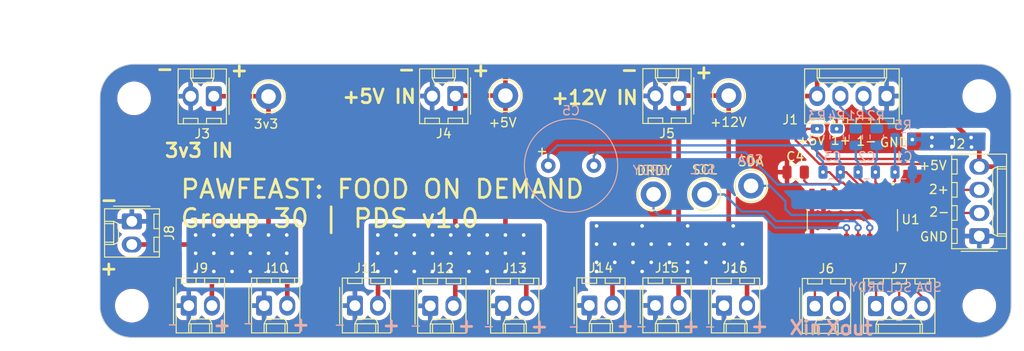
<source format=kicad_pcb>
(kicad_pcb (version 20221018) (generator pcbnew)
  (title_block (title "Template") (date "2025-04-19") (rev "1.0") (company "ECE 445: Senior Capstone Project") (comment 1 "Designed By: Omkar Kulkarni"))
  (layers (0 "F.Cu" signal) (31 "B.Cu" signal) (34 "B.Paste" user) (35 "F.Paste" user) (36 "B.SilkS" user "B.Silkscreen") (37 "F.SilkS" user "F.Silkscreen") (38 "B.Mask" user) (39 "F.Mask" user) (44 "Edge.Cuts" user))
  (net 0 "")
  (net 1 "Net-(U1-REFP)")
  (net 2 "GND")
  (net 3 "Net-(U1-VIN1P)")
  (net 4 "Net-(U1-VIN1N)")
  (net 5 "Net-(U1-VIN2P)")
  (net 6 "Net-(U1-VIN2N)")
  (net 7 "Net-(U1-VBG)")
  (net 8 "Net-(J1-Pin_2)")
  (net 9 "+3V3")
  (net 10 "+5V")
  (net 11 "+12V")
  (net 12 "/ADC_DRDY")
  (net 13 "/ADC_SCL")
  (net 14 "/ADC_SDA")
  (net 15 "Net-(J1-Pin_3)")
  (net 16 "Net-(J2-Pin_2)")
  (net 17 "Net-(J2-Pin_3)")
  (net 18 "Net-(J6-Pin_1)")
  (net 19 "Net-(J6-Pin_2)")
  (footprint "Connector_Molex:Molex_KK-254_AE-6410-02A_1x02_P2.54mm_Vertical" (layer "F.Cu") (at 96.75 63.77)
    (fp_text reference "J12" (at 1.27 -4.12) (layer "F.SilkS"))
    (fp_text value "Conn_01x02" hide)
    (pad "1" thru_hole roundrect (at 0 0) (size 1.74 2.19) (drill 1.19) (layers "*.Cu" "*.Mask") (roundrect_rratio 0.1436781609) (net 2 "GND"))
    (pad "2" thru_hole oval (at 2.54 0) (size 1.74 2.19) (drill 1.19) (layers "*.Cu" "*.Mask") (net 10 "+5V"))
  )
  (footprint "Capacitor_SMD:C_0805_2012Metric" (layer "F.Cu") (at 136.85 49.1 180)
    (fp_text reference "C4" (at 0.05 1.7) (layer "F.SilkS"))
    (fp_text value "0.1uF")
    (pad "1" smd roundrect (at -0.95 0 180) (size 1 1.45) (layers "F.Cu" "F.Paste" "F.Mask") (net 7 "Net-(U1-VBG)"))
    (pad "2" smd roundrect (at 0.95 0 180) (size 1 1.45) (layers "F.Cu" "F.Paste" "F.Mask") (net 2 "GND"))
  )
  (footprint "Connector_Molex:Molex_KK-254_AE-6410-02A_1x02_P2.54mm_Vertical" (layer "F.Cu") (at 70.25 63.75)
    (fp_text reference "J9" (at 1.27 -4.12) (layer "F.SilkS"))
    (fp_text value "Conn_01x02" hide)
    (pad "1" thru_hole roundrect (at 0 0) (size 1.74 2.19) (drill 1.19) (layers "*.Cu" "*.Mask") (roundrect_rratio 0.1436781609) (net 2 "GND"))
    (pad "2" thru_hole oval (at 2.54 0) (size 1.74 2.19) (drill 1.19) (layers "*.Cu" "*.Mask") (net 9 "+3V3"))
  )
  (footprint "Connector_Molex:Molex_KK-254_AE-6410-02A_1x02_P2.54mm_Vertical" (layer "F.Cu") (at 114.21 63.73)
    (fp_text reference "J14" (at 1.27 -4.12) (layer "F.SilkS"))
    (fp_text value "Conn_01x02")
    (pad "1" thru_hole roundrect (at 0 0) (size 1.74 2.19) (drill 1.19) (layers "*.Cu" "*.Mask") (roundrect_rratio 0.1436781609) (net 2 "GND"))
    (pad "2" thru_hole oval (at 2.54 0) (size 1.74 2.19) (drill 1.19) (layers "*.Cu" "*.Mask") (net 11 "+12V"))
  )
  (footprint "Connector_Molex:Molex_KK-254_AE-6410-02A_1x02_P2.54mm_Vertical" (layer "F.Cu") (at 73 40.77 180)
    (fp_text reference "J3" (at 1.27 -4.12) (layer "F.SilkS"))
    (fp_text value "Conn_01x02" hide)
    (pad "1" thru_hole roundrect (at 0 0 180) (size 1.74 2.19) (drill 1.19) (layers "*.Cu" "*.Mask") (roundrect_rratio 0.1436781609) (net 9 "+3V3"))
    (pad "2" thru_hole oval (at 2.54 0 180) (size 1.74 2.19) (drill 1.19) (layers "*.Cu" "*.Mask") (net 2 "GND"))
  )
  (footprint "MountingHole:MountingHole_3.2mm_M3" (layer "F.Cu") (at 157 63.75)
    (fp_text reference "H3" hide)
    (fp_text value "MountingHole" hide)
    (pad "" np_thru_hole circle (at 0 0) (size 3.2 3.2) (drill 3.2) (layers "*.Cu" "*.Mask"))
  )
  (footprint "TestPoint:TestPoint_Keystone_5010-5014_Multipurpose" (layer "F.Cu") (at 126.85 51.55)
    (fp_text reference "TP5" hide)
    (fp_text value "TestPoint" hide)
    (pad "1" thru_hole circle (at 0 0) (size 2.8 2.8) (drill 1.6) (layers "*.Cu" "*.Mask") (net 13 "/ADC_SCL"))
  )
  (footprint "Connector_Molex:Molex_KK-254_AE-6410-02A_1x02_P2.54mm_Vertical" (layer "F.Cu") (at 104.75 63.77)
    (fp_text reference "J13" (at 1.27 -4.12) (layer "F.SilkS"))
    (fp_text value "Conn_01x02" hide)
    (pad "1" thru_hole roundrect (at 0 0) (size 1.74 2.19) (drill 1.19) (layers "*.Cu" "*.Mask") (roundrect_rratio 0.1436781609) (net 2 "GND"))
    (pad "2" thru_hole oval (at 2.54 0) (size 1.74 2.19) (drill 1.19) (layers "*.Cu" "*.Mask") (net 10 "+5V"))
  )
  (footprint "Connector_Molex:Molex_KK-254_AE-6410-02A_1x02_P2.54mm_Vertical" (layer "F.Cu") (at 121.46 63.73)
    (fp_text reference "J15" (at 1.27 -4.12) (layer "F.SilkS"))
    (fp_text value "Conn_01x02")
    (pad "1" thru_hole roundrect (at 0 0) (size 1.74 2.19) (drill 1.19) (layers "*.Cu" "*.Mask") (roundrect_rratio 0.1436781609) (net 2 "GND"))
    (pad "2" thru_hole oval (at 2.54 0) (size 1.74 2.19) (drill 1.19) (layers "*.Cu" "*.Mask") (net 11 "+12V"))
  )
  (footprint "Connector_Molex:Molex_KK-254_AE-6410-02A_1x02_P2.54mm_Vertical" (layer "F.Cu") (at 124 40.73 180)
    (fp_text reference "J5" (at 1.27 -4.12) (layer "F.SilkS"))
    (fp_text value "Conn_01x02")
    (pad "1" thru_hole roundrect (at 0 0 180) (size 1.74 2.19) (drill 1.19) (layers "*.Cu" "*.Mask") (roundrect_rratio 0.1436781609) (net 11 "+12V"))
    (pad "2" thru_hole oval (at 2.54 0 180) (size 1.74 2.19) (drill 1.19) (layers "*.Cu" "*.Mask") (net 2 "GND"))
  )
  (footprint "TestPoint:TestPoint_Keystone_5010-5014_Multipurpose" (layer "F.Cu") (at 105 40.7)
    (fp_text reference "TP2" hide)
    (fp_text value "TestPoint")
    (pad "1" thru_hole circle (at 0 0) (size 2.8 2.8) (drill 1.6) (layers "*.Cu" "*.Mask") (net 10 "+5V"))
  )
  (footprint "Connector_Molex:Molex_KK-254_AE-6410-04A_1x04_P2.54mm_Vertical" (layer "F.Cu") (at 157 56.12 90)
    (fp_text reference "J2" (at 10.12 -2.4) (layer "F.SilkS"))
    (fp_text value "Conn_01x04")
    (pad "1" thru_hole roundrect (at 0 0 90) (size 1.74 2.19) (drill 1.19) (layers "*.Cu" "*.Mask") (roundrect_rratio 0.1436781609) (net 2 "GND"))
    (pad "2" thru_hole oval (at 2.54 0 90) (size 1.74 2.19) (drill 1.19) (layers "*.Cu" "*.Mask") (net 16 "Net-(J2-Pin_2)"))
    (pad "3" thru_hole oval (at 5.08 0 90) (size 1.74 2.19) (drill 1.19) (layers "*.Cu" "*.Mask") (net 17 "Net-(J2-Pin_3)"))
    (pad "4" thru_hole oval (at 7.62 0 90) (size 1.74 2.19) (drill 1.19) (layers "*.Cu" "*.Mask") (net 10 "+5V"))
  )
  (footprint "Connector_Molex:Molex_KK-254_AE-6410-02A_1x02_P2.54mm_Vertical" (layer "F.Cu") (at 88.48 63.75)
    (fp_text reference "J11" (at 1.27 -4.12) (layer "F.SilkS"))
    (fp_text value "Conn_01x02" hide)
    (pad "1" thru_hole roundrect (at 0 0) (size 1.74 2.19) (drill 1.19) (layers "*.Cu" "*.Mask") (roundrect_rratio 0.1436781609) (net 2 "GND"))
    (pad "2" thru_hole oval (at 2.54 0) (size 1.74 2.19) (drill 1.19) (layers "*.Cu" "*.Mask") (net 10 "+5V"))
  )
  (footprint "Connector_Molex:Molex_KK-254_AE-6410-02A_1x02_P2.54mm_Vertical" (layer "F.Cu") (at 99.5 40.75 180)
    (fp_text reference "J4" (at 1.27 -4.12) (layer "F.SilkS"))
    (fp_text value "Conn_01x02" hide)
    (pad "1" thru_hole roundrect (at 0 0 180) (size 1.74 2.19) (drill 1.19) (layers "*.Cu" "*.Mask") (roundrect_rratio 0.1436781609) (net 10 "+5V"))
    (pad "2" thru_hole oval (at 2.54 0 180) (size 1.74 2.19) (drill 1.19) (layers "*.Cu" "*.Mask") (net 2 "GND"))
  )
  (footprint "MountingHole:MountingHole_3.2mm_M3" (layer "F.Cu") (at 157 40.75)
    (fp_text reference "H2" hide)
    (fp_text value "MountingHole" hide)
    (pad "" np_thru_hole circle (at 0 0) (size 3.2 3.2) (drill 3.2) (layers "*.Cu" "*.Mask"))
  )
  (footprint "Connector_Molex:Molex_KK-254_AE-6410-02A_1x02_P2.54mm_Vertical" (layer "F.Cu") (at 64 54.5 -90)
    (fp_text reference "J8" (at 1.27 -4.12 90) (layer "F.SilkS"))
    (fp_text value "Conn_01x02" hide)
    (pad "1" thru_hole roundrect (at 0 0 270) (size 1.74 2.19) (drill 1.19) (layers "*.Cu" "*.Mask") (roundrect_rratio 0.1436781609) (net 2 "GND"))
    (pad "2" thru_hole oval (at 2.54 0 270) (size 1.74 2.19) (drill 1.19) (layers "*.Cu" "*.Mask") (net 9 "+3V3"))
  )
  (footprint "NAU7802SGI:SOIC127P600X175-16N" (layer "F.Cu") (at 143.075 54.375 -90)
    (fp_text reference "U1" (at -0.075 -6.395 -180) (layer "F.SilkS"))
    (fp_text value "NAU7802SGI")
    (pad "1" smd roundrect (at -2.475 -4.445 270) (size 1.97 0.6) (layers "F.Cu" "F.Paste" "F.Mask") (roundrect_rratio 0.125) (net 1 "Net-(U1-REFP)"))
    (pad "2" smd roundrect (at -2.475 -3.175 270) (size 1.97 0.6) (layers "F.Cu" "F.Paste" "F.Mask") (roundrect_rratio 0.125) (net 4 "Net-(U1-VIN1N)"))
    (pad "3" smd roundrect (at -2.475 -1.905 270) (size 1.97 0.6) (layers "F.Cu" "F.Paste" "F.Mask") (roundrect_rratio 0.125) (net 3 "Net-(U1-VIN1P)"))
    (pad "4" smd roundrect (at -2.475 -0.635 270) (size 1.97 0.6) (layers "F.Cu" "F.Paste" "F.Mask") (roundrect_rratio 0.125) (net 6 "Net-(U1-VIN2N)"))
    (pad "5" smd roundrect (at -2.475 0.635 270) (size 1.97 0.6) (layers "F.Cu" "F.Paste" "F.Mask") (roundrect_rratio 0.125) (net 5 "Net-(U1-VIN2P)"))
    (pad "6" smd roundrect (at -2.475 1.905 270) (size 1.97 0.6) (layers "F.Cu" "F.Paste" "F.Mask") (roundrect_rratio 0.125) (net 7 "Net-(U1-VBG)"))
    (pad "7" smd roundrect (at -2.475 3.175 270) (size 1.97 0.6) (layers "F.Cu" "F.Paste" "F.Mask") (roundrect_rratio 0.125) (net 2 "GND"))
    (pad "8" smd roundrect (at -2.475 4.445 270) (size 1.97 0.6) (layers "F.Cu" "F.Paste" "F.Mask") (roundrect_rratio 0.125) (net 2 "GND"))
    (pad "9" smd roundrect (at 2.475 4.445 270) (size 1.97 0.6) (layers "F.Cu" "F.Paste" "F.Mask") (roundrect_rratio 0.125) (net 2 "GND"))
    (pad "10" smd roundrect (at 2.475 3.175 270) (size 1.97 0.6) (layers "F.Cu" "F.Paste" "F.Mask") (roundrect_rratio 0.125) (net 18 "Net-(J6-Pin_1)"))
    (pad "11" smd roundrect (at 2.475 1.905 270) (size 1.97 0.6) (layers "F.Cu" "F.Paste" "F.Mask") (roundrect_rratio 0.125) (net 19 "Net-(J6-Pin_2)"))
    (pad "12" smd roundrect (at 2.475 0.635 270) (size 1.97 0.6) (layers "F.Cu" "F.Paste" "F.Mask") (roundrect_rratio 0.125) (net 12 "/ADC_DRDY"))
    (pad "13" smd roundrect (at 2.475 -0.635 270) (size 1.97 0.6) (layers "F.Cu" "F.Paste" "F.Mask") (roundrect_rratio 0.125) (net 13 "/ADC_SCL"))
    (pad "14" smd roundrect (at 2.475 -1.905 270) (size 1.97 0.6) (layers "F.Cu" "F.Paste" "F.Mask") (roundrect_rratio 0.125) (net 14 "/ADC_SDA"))
    (pad "15" smd roundrect (at 2.475 -3.175 270) (size 1.97 0.6) (layers "F.Cu" "F.Paste" "F.Mask") (roundrect_rratio 0.125) (net 10 "+5V"))
    (pad "16" smd roundrect (at 2.475 -4.445 270) (size 1.97 0.6) (layers "F.Cu" "F.Paste" "F.Mask") (roundrect_rratio 0.125) (net 10 "+5V"))
  )
  (footprint "Connector_Molex:Molex_KK-254_AE-6410-03A_1x03_P2.54mm_Vertical" (layer "F.Cu") (at 145.67 63.8)
    (fp_text reference "J7" (at 2.54 -4.12) (layer "F.SilkS"))
    (fp_text value "Conn_01x03")
    (pad "1" thru_hole roundrect (at 0 0) (size 1.74 2.19) (drill 1.19) (layers "*.Cu" "*.Mask") (roundrect_rratio 0.1436781609) (net 12 "/ADC_DRDY"))
    (pad "2" thru_hole oval (at 2.54 0) (size 1.74 2.19) (drill 1.19) (layers "*.Cu" "*.Mask") (net 13 "/ADC_SCL"))
    (pad "3" thru_hole oval (at 5.08 0) (size 1.74 2.19) (drill 1.19) (layers "*.Cu" "*.Mask") (net 14 "/ADC_SDA"))
  )
  (footprint "TestPoint:TestPoint_Keystone_5010-5014_Multipurpose" (layer "F.Cu") (at 121.25 51.525)
    (fp_text reference "TP4" hide)
    (fp_text value "TestPoint" hide)
    (pad "1" thru_hole circle (at 0 0) (size 2.8 2.8) (drill 1.6) (layers "*.Cu" "*.Mask") (net 12 "/ADC_DRDY"))
  )
  (footprint "MountingHole:MountingHole_3.2mm_M3" (layer "F.Cu") (at 64.25 41)
    (fp_text reference "H1" hide)
    (fp_text value "MountingHole" hide)
    (pad "" np_thru_hole circle (at 0 0) (size 3.2 3.2) (drill 3.2) (layers "*.Cu" "*.Mask"))
  )
  (footprint "TestPoint:TestPoint_Keystone_5010-5014_Multipurpose" (layer "F.Cu") (at 129.5 40.7)
    (fp_text reference "TP3" hide)
    (fp_text value "TestPoint")
    (pad "1" thru_hole circle (at 0 0) (size 2.8 2.8) (drill 1.6) (layers "*.Cu" "*.Mask") (net 11 "+12V"))
  )
  (footprint "Connector_Molex:Molex_KK-254_AE-6410-02A_1x02_P2.54mm_Vertical" (layer "F.Cu") (at 128.98 63.75)
    (fp_text reference "J16" (at 1.27 -4.12) (layer "F.SilkS"))
    (fp_text value "Conn_01x02")
    (pad "1" thru_hole roundrect (at 0 0) (size 1.74 2.19) (drill 1.19) (layers "*.Cu" "*.Mask") (roundrect_rratio 0.1436781609) (net 2 "GND"))
    (pad "2" thru_hole oval (at 2.54 0) (size 1.74 2.19) (drill 1.19) (layers "*.Cu" "*.Mask") (net 11 "+12V"))
  )
  (footprint "TestPoint:TestPoint_Keystone_5010-5014_Multipurpose" (layer "F.Cu") (at 79 40.8)
    (fp_text reference "TP1" hide)
    (fp_text value "TestPoint")
    (pad "1" thru_hole circle (at 0 0) (size 2.8 2.8) (drill 1.6) (layers "*.Cu" "*.Mask") (net 9 "+3V3"))
  )
  (footprint "Connector_Molex:Molex_KK-254_AE-6410-02A_1x02_P2.54mm_Vertical" (layer "F.Cu") (at 138.96 63.8)
    (fp_text reference "J6" (at 1.27 -4.12) (layer "F.SilkS"))
    (fp_text value "Conn_01x02")
    (pad "1" thru_hole roundrect (at 0 0) (size 1.74 2.19) (drill 1.19) (layers "*.Cu" "*.Mask") (roundrect_rratio 0.1436781609) (net 18 "Net-(J6-Pin_1)"))
    (pad "2" thru_hole oval (at 2.54 0) (size 1.74 2.19) (drill 1.19) (layers "*.Cu" "*.Mask") (net 19 "Net-(J6-Pin_2)"))
  )
  (footprint "Connector_Molex:Molex_KK-254_AE-6410-02A_1x02_P2.54mm_Vertical" (layer "F.Cu") (at 78.52 63.75)
    (fp_text reference "J10" (at 1.27 -4.12) (layer "F.SilkS"))
    (fp_text value "Conn_01x02" hide)
    (pad "1" thru_hole roundrect (at 0 0) (size 1.74 2.19) (drill 1.19) (layers "*.Cu" "*.Mask") (roundrect_rratio 0.1436781609) (net 2 "GND"))
    (pad "2" thru_hole oval (at 2.54 0) (size 1.74 2.19) (drill 1.19) (layers "*.Cu" "*.Mask") (net 9 "+3V3"))
  )
  (footprint "TestPoint:TestPoint_Keystone_5010-5014_Multipurpose" (layer "F.Cu") (at 131.95 50.6)
    (fp_text reference "TP6" hide)
    (fp_text value "TestPoint")
    (pad "1" thru_hole circle (at 0 0) (size 2.8 2.8) (drill 1.6) (layers "*.Cu" "*.Mask") (net 14 "/ADC_SDA"))
  )
  (footprint "Connector_Molex:Molex_KK-254_AE-6410-04A_1x04_P2.54mm_Vertical" (layer "F.Cu") (at 146.83 40.75 180)
    (fp_text reference "J1" (at 10.58 -2.6) (layer "F.SilkS"))
    (fp_text value "Conn_01x04")
    (pad "1" thru_hole roundrect (at 0 0 180) (size 1.74 2.19) (drill 1.19) (layers "*.Cu" "*.Mask") (roundrect_rratio 0.1436781609) (net 2 "GND"))
    (pad "2" thru_hole oval (at 2.54 0 180) (size 1.74 2.19) (drill 1.19) (layers "*.Cu" "*.Mask") (net 8 "Net-(J1-Pin_2)"))
    (pad "3" thru_hole oval (at 5.08 0 180) (size 1.74 2.19) (drill 1.19) (layers "*.Cu" "*.Mask") (net 15 "Net-(J1-Pin_3)"))
    (pad "4" thru_hole oval (at 7.62 0 180) (size 1.74 2.19) (drill 1.19) (layers "*.Cu" "*.Mask") (net 10 "+5V"))
  )
  (footprint "MountingHole:MountingHole_3.2mm_M3" (layer "F.Cu") (at 64 63.75)
    (fp_text reference "H4" hide)
    (fp_text value "MountingHole" hide)
    (pad "" np_thru_hole circle (at 0 0) (size 3.2 3.2) (drill 3.2) (layers "*.Cu" "*.Mask"))
  )
  (footprint "Capacitor_SMD:C_0805_2012Metric" (layer "B.Cu") (at 144.65 49.1)
    (fp_text reference "C2" (at 0 -1.7 180) (layer "B.SilkS") (effects (justify mirror)))
    (fp_text value "0.1uF")
    (pad "1" smd roundrect (at -0.95 0) (size 1 1.45) (layers "B.Cu" "B.Paste" "B.Mask") (net 3 "Net-(U1-VIN1P)"))
    (pad "2" smd roundrect (at 0.95 0) (size 1 1.45) (layers "B.Cu" "B.Paste" "B.Mask") (net 4 "Net-(U1-VIN1N)"))
  )
  (footprint "Resistor_SMD:R_0805_2012Metric" (layer "B.Cu") (at 143.45 45.25 -90)
    (fp_text reference "R1" (at -2.3375 0 -180) (layer "B.SilkS") (effects (justify mirror)))
    (fp_text value "10k")
    (pad "1" smd roundrect (at -0.9125 0 270) (size 1.025 1.4) (layers "B.Cu" "B.Paste" "B.Mask") (roundrect_rratio 0.243902439) (net 15 "Net-(J1-Pin_3)"))
    (pad "2" smd roundrect (at 0.9125 0 270) (size 1.025 1.4) (layers "B.Cu" "B.Paste" "B.Mask") (roundrect_rratio 0.243902439) (net 3 "Net-(U1-VIN1P)"))
  )
  (footprint "Capacitor_SMD:C_0805_2012Metric" (layer "B.Cu") (at 148.7 49.1)
    (fp_text reference "C1" (at 0 -1.7 180) (layer "B.SilkS") (effects (justify mirror)))
    (fp_text value "0.1uF")
    (pad "1" smd roundrect (at -0.95 0) (size 1 1.45) (layers "B.Cu" "B.Paste" "B.Mask") (net 1 "Net-(U1-REFP)"))
    (pad "2" smd roundrect (at 0.95 0) (size 1 1.45) (layers "B.Cu" "B.Paste" "B.Mask") (net 2 "GND"))
  )
  (footprint "Capacitor_SMD:C_0805_2012Metric" (layer "B.Cu") (at 140.8 49.1)
    (fp_text reference "C3" (at 0.1 -1.7 180) (layer "B.SilkS") (effects (justify mirror)))
    (fp_text value "0.1uF")
    (pad "1" smd roundrect (at -0.95 0) (size 1 1.45) (layers "B.Cu" "B.Paste" "B.Mask") (net 5 "Net-(U1-VIN2P)"))
    (pad "2" smd roundrect (at 0.95 0) (size 1 1.45) (layers "B.Cu" "B.Paste" "B.Mask") (net 6 "Net-(U1-VIN2N)"))
  )
  (footprint "Resistor_SMD:R_0805_2012Metric" (layer "B.Cu") (at 148.675 45.5 180)
    (fp_text reference "R5" (at 0.05 1.55) (layer "B.SilkS") (effects (justify mirror)))
    (fp_text value "10k")
    (pad "1" smd roundrect (at -0.9125 0 180) (size 1.025 1.4) (layers "B.Cu" "B.Paste" "B.Mask") (roundrect_rratio 0.243902439) (net 10 "+5V"))
    (pad "2" smd roundrect (at 0.9125 0 180) (size 1.025 1.4) (layers "B.Cu" "B.Paste" "B.Mask") (roundrect_rratio 0.243902439) (net 1 "Net-(U1-REFP)"))
  )
  (footprint "Resistor_SMD:R_0805_2012Metric" (layer "B.Cu") (at 145.75 45.2375 -90)
    (fp_text reference "R2" (at -2.3375 0.1) (layer "B.SilkS") (effects (justify mirror)))
    (fp_text value "10k")
    (pad "1" smd roundrect (at -0.9125 0 270) (size 1.025 1.4) (layers "B.Cu" "B.Paste" "B.Mask") (roundrect_rratio 0.243902439) (net 8 "Net-(J1-Pin_2)"))
    (pad "2" smd roundrect (at 0.9125 0 270) (size 1.025 1.4) (layers "B.Cu" "B.Paste" "B.Mask") (roundrect_rratio 0.243902439) (net 4 "Net-(U1-VIN1N)"))
  )
  (footprint "Resistor_SMD:R_0805_2012Metric" (layer "B.Cu") (at 139.2 45.25 -90)
    (fp_text reference "R3" (at -2.35 0) (layer "B.SilkS") (effects (justify mirror)))
    (fp_text value "10k")
    (pad "1" smd roundrect (at -0.9125 0 270) (size 1.025 1.4) (layers "B.Cu" "B.Paste" "B.Mask") (roundrect_rratio 0.243902439) (net 17 "Net-(J2-Pin_3)"))
    (pad "2" smd roundrect (at 0.9125 0 270) (size 1.025 1.4) (layers "B.Cu" "B.Paste" "B.Mask") (roundrect_rratio 0.243902439) (net 5 "Net-(U1-VIN2P)"))
  )
  (footprint "Capacitor_THT:C_Radial_D10.0mm_H12.5mm_P5.00mm" (layer "B.Cu") (at 109.7 48.375)
    (fp_text reference "C5" (at 2.5 -6.025) (layer "B.SilkS") (effects (justify mirror)))
    (fp_text value "470uF")
    (pad "1" thru_hole circle (at 0 0) (size 1.6 1.6) (drill 0.8) (layers "*.Cu" "*.Mask") (net 5 "Net-(U1-VIN2P)"))
    (pad "2" thru_hole circle (at 5 0) (size 1.6 1.6) (drill 0.8) (layers "*.Cu" "*.Mask") (net 6 "Net-(U1-VIN2N)"))
  )
  (footprint "Resistor_SMD:R_0805_2012Metric" (layer "B.Cu") (at 141.35 45.25 -90)
    (fp_text reference "R4" (at -2.3 0 -180) (layer "B.SilkS") (effects (justify mirror)))
    (fp_text value "10k")
    (pad "1" smd roundrect (at -0.9125 0 270) (size 1.025 1.4) (layers "B.Cu" "B.Paste" "B.Mask") (roundrect_rratio 0.243902439) (net 16 "Net-(J2-Pin_2)"))
    (pad "2" smd roundrect (at 0.9125 0 270) (size 1.025 1.4) (layers "B.Cu" "B.Paste" "B.Mask") (roundrect_rratio 0.243902439) (net 6 "Net-(U1-VIN2N)"))
  )
  (gr_arc (start 64 67.25) (mid 61.525126 66.224874) (end 60.5 63.75) (stroke (width 0.1)) (layer "Edge.Cuts"))
  (gr_line (start 160.5 63.75) (end 160.5 40.75) (stroke (width 0.1)) (layer "Edge.Cuts"))
  (gr_line (start 60.5 63.75) (end 60.5 41) (stroke (width 0.1)) (layer "Edge.Cuts"))
  (gr_arc (start 160.5 63.75) (mid 159.474874 66.224874) (end 157 67.25) (stroke (width 0.1)) (layer "Edge.Cuts"))
  (gr_arc (start 157 37.25) (mid 159.474874 38.275126) (end 160.5 40.75) (stroke (width 0.1)) (layer "Edge.Cuts"))
  (gr_arc (start 60.5 41) (mid 61.59835 38.34835) (end 64.25 37.25) (stroke (width 0.1)) (layer "Edge.Cuts"))
  (gr_line (start 64.25 37.25) (end 157 37.25) (stroke (width 0.1)) (layer "Edge.Cuts"))
  (gr_line (start 157 67.25) (end 64 67.25) (stroke (width 0.1)) (layer "Edge.Cuts"))
  (gr_text "+" (at 107.6 66.875) (layer "B.SilkS") (effects (font (size 1.5 1.5) (thickness 0.3) bold) (justify left bottom)))
  (gr_text "SDA" (at 152.975 62.3) (layer "B.SilkS") (effects (font (size 1 1)) (justify left bottom mirror)))
  (gr_text "-" (at 87.55 66.4) (layer "B.SilkS") (effects (font (size 1 1)) (justify left bottom mirror)))
  (gr_text "Xout" (at 140.05 67.1) (layer "B.SilkS") (effects (font (size 1.5 1.5) (thickness 0.3) bold) (justify left bottom)))
  (gr_text "SCL" (at 149.7 62.325) (layer "B.SilkS") (effects (font (size 1 1)) (justify left bottom mirror)))
  (gr_text "+" (at 99.6 66.8) (layer "B.SilkS") (effects (font (size 1.5 1.5) (thickness 0.3) bold) (justify left bottom)))
  (gr_text "-" (at 120.65 66.575) (layer "B.SilkS") (effects (font (size 1 1)) (justify left bottom mirror)))
  (gr_text "+" (at 131.775 66.85) (layer "B.SilkS") (effects (font (size 1.5 1.5) (thickness 0.3) bold) (justify left bottom)))
  (gr_text "DRDY" (at 122.925 49.475) (layer "B.SilkS") (effects (font (size 1 1)) (justify left bottom mirror)))
  (gr_text "SDA" (at 133.4 48.325) (layer "B.SilkS") (effects (font (size 1 1)) (justify left bottom mirror)))
  (gr_text "+" (at 81.425 66.675) (layer "B.SilkS") (effects (font (size 1.5 1.5) (thickness 0.3) bold) (justify left bottom)))
  (gr_text "-" (at 103.9 66.575) (layer "B.SilkS") (effects (font (size 1 1)) (justify left bottom mirror)))
  (gr_text "-" (at 77.525 66.25) (layer "B.SilkS") (effects (font (size 1 1)) (justify left bottom mirror)))
  (gr_text "+" (at 124.25 66.85) (layer "B.SilkS") (effects (font (size 1.5 1.5) (thickness 0.3) bold) (justify left bottom)))
  (gr_text "DRDY" (at 146.75 62.3) (layer "B.SilkS") (effects (font (size 1 1)) (justify left bottom mirror)))
  (gr_text "SCL" (at 128.15 49.4) (layer "B.SilkS") (effects (font (size 1 1)) (justify left bottom mirror)))
  (gr_text "-" (at 113.225 66.6) (layer "B.SilkS") (effects (font (size 1 1)) (justify left bottom mirror)))
  (gr_text "+" (at 72.79 66.74) (layer "B.SilkS") (effects (font (size 1.5 1.5) (thickness 0.3) bold) (justify left bottom)))
  (gr_text "Xin" (at 136.025 67.05) (layer "B.SilkS") (effects (font (size 1.5 1.5) (thickness 0.3) bold) (justify left bottom)))
  (gr_text "+" (at 117.025 66.8) (layer "B.SilkS") (effects (font (size 1.5 1.5) (thickness 0.3) bold) (justify left bottom)))
  (gr_text "-" (at 95.875 66.5) (layer "B.SilkS") (effects (font (size 1 1)) (justify left bottom mirror)))
  (gr_text "-" (at 69.225 66.375) (layer "B.SilkS") (effects (font (size 1 1)) (justify left bottom mirror)))
  (gr_text "-" (at 128.175 66.6) (layer "B.SilkS") (effects (font (size 1 1)) (justify left bottom mirror)))
  (gr_text "+" (at 91.35 66.75) (layer "B.SilkS") (effects (font (size 1.5 1.5) (thickness 0.3) bold) (justify left bottom)))
  (gr_text "+" (at 108.3 47.35) (layer "F.SilkS") (effects (font (size 1 1)) (justify left bottom)))
  (gr_text "+" (at 60.35 60.525) (layer "F.SilkS") (effects (font (size 1.5 1.5) (thickness 0.3) bold) (justify left bottom)))
  (gr_text "+5V" (at 136.925 46.2) (layer "F.SilkS") (effects (font (size 1 1)) (justify left bottom)))
  (gr_text "+" (at 101.17 38.75) (layer "F.SilkS") (effects (font (size 1.5 1.5) (thickness 0.3) bold) (justify left bottom)))
  (gr_text "3v3 IN" (at 67.475 47.6) (layer "F.SilkS") (effects (font (size 1.5 1.5) (thickness 0.3) bold) (justify left bottom)))
  (gr_text "PAWFEAST: FOOD ON DEMAND\nGroup 30 | PDS v1.0" (at 69.2 55.35) (layer "F.SilkS") (effects (font (size 2 2) (thickness 0.3)) (justify left bottom)))
  (gr_text "+12V" (at 127.375 44.2) (layer "F.SilkS") (effects (font (size 1 1)) (justify left bottom)))
  (gr_text "+12V IN" (at 109.875 41.8) (layer "F.SilkS") (effects (font (size 1.5 1.5) (thickness 0.3) bold) (justify left bottom)))
  (gr_text "1+" (at 140.625 46.175) (layer "F.SilkS") (effects (font (size 1 1)) (justify left bottom)))
  (gr_text "GND" (at 150.4 56.775) (layer "F.SilkS") (effects (font (size 1 1)) (justify left bottom)))
  (gr_text "-" (at 60.375 53) (layer "F.SilkS") (effects (font (size 1.5 1.5) (thickness 0.3) bold) (justify left bottom)))
  (gr_text "2-" (at 151.425 54.05) (layer "F.SilkS") (effects (font (size 1 1)) (justify left bottom)))
  (gr_text "DRDY" (at 119.325 49.5) (layer "F.SilkS") (effects (font (size 1 1)) (justify left bottom)))
  (gr_text "SDA" (at 130.425 48.525) (layer "F.SilkS") (effects (font (size 1 1)) (justify left bottom)))
  (gr_text "-" (at 117.475 38.725) (layer "F.SilkS") (effects (font (size 1.5 1.5) (thickness 0.3) bold) (justify left bottom)))
  (gr_text "+5V" (at 150.275 48.95) (layer "F.SilkS") (effects (font (size 1 1)) (justify left bottom)))
  (gr_text "+5V IN" (at 86.95 41.675) (layer "F.SilkS") (effects (font (size 1.5 1.5) (thickness 0.3) bold) (justify left bottom)))
  (gr_text "1-" (at 143.425 46.275) (layer "F.SilkS") (effects (font (size 1 1)) (justify left bottom)))
  (gr_text "-" (at 66.5 38.625) (layer "F.SilkS") (effects (font (size 1.5 1.5) (thickness 0.3) bold) (justify left bottom)))
  (gr_text "+" (at 125.65 38.975) (layer "F.SilkS") (effects (font (size 1.5 1.5) (thickness 0.3) bold) (justify left bottom)))
  (gr_text "3v3" (at 77.3 44.4) (layer "F.SilkS") (effects (font (size 1 1)) (justify left bottom)))
  (gr_text "SCL" (at 125.375 49.425) (layer "F.SilkS") (effects (font (size 1 1)) (justify left bottom)))
  (gr_text "GND" (at 146 46.425) (layer "F.SilkS") (effects (font (size 1 1)) (justify left bottom)))
  (gr_text "2+" (at 151.375 51.575) (layer "F.SilkS") (effects (font (size 1 1)) (justify left bottom)))
  (gr_text "+" (at 74.67 38.77) (layer "F.SilkS") (effects (font (size 1.5 1.5) (thickness 0.3) bold) (justify left bottom)))
  (gr_text "-" (at 93.025 38.675) (layer "F.SilkS") (effects (font (size 1.5 1.5) (thickness 0.3) bold) (justify left bottom)))
  (gr_text "+5V" (at 103.075 44.25) (layer "F.SilkS") (effects (font (size 1 1)) (justify left bottom)))
  (segment (start 147.75 50.05) (end 147.75 49.1) (width 0.25) (layer "F.Cu") (net 1))
  (segment (start 147.55 50.25) (end 147.75 50.05) (width 0.25) (layer "F.Cu") (net 1))
  (segment (start 147.55 51.9) (end 147.55 50.25) (width 0.25) (layer "F.Cu") (net 1))
  (via (at 147.75 49.1) (size 0.8) (drill 0.4) (layers "F.Cu" "B.Cu") (net 1))
  (segment (start 147.75 45.5125) (end 147.7625 45.5) (width 0.25) (layer "B.Cu") (net 1))
  (segment (start 147.75 49.1) (end 147.75 45.5125) (width 0.25) (layer "B.Cu") (net 1))
  (segment (start 147.7875 49.0625) (end 147.75 49.1) (width 0.25) (layer "B.Cu") (net 1))
  (segment (start 138.63 51.9) (end 139.9 51.9) (width 0.508) (layer "F.Cu") (net 2))
  (segment (start 145.01 50.9) (end 145.01 51.9) (width 0.25) (layer "F.Cu") (net 3))
  (segment (start 143.7 49.7) (end 145.01 50.9) (width 0.25) (layer "F.Cu") (net 3))
  (segment (start 143.7 49.1) (end 143.7 49.7) (width 0.25) (layer "F.Cu") (net 3))
  (via (at 143.7 49.1) (size 0.8) (drill 0.4) (layers "F.Cu" "B.Cu") (net 3))
  (segment (start 143.45 46.1625) (end 143.45 47.75) (width 0.25) (layer "B.Cu") (net 3))
  (segment (start 143.45 47.75) (end 143.7 48) (width 0.25) (layer "B.Cu") (net 3))
  (segment (start 143.7 48) (end 143.7 49.1) (width 0.25) (layer "B.Cu") (net 3))
  (segment (start 146.28 50.88) (end 145.6 50.2) (width 0.25) (layer "F.Cu") (net 4))
  (segment (start 145.6 50.2) (end 145.6 49.1) (width 0.25) (layer "F.Cu") (net 4))
  (segment (start 146.28 51.9) (end 146.28 50.88) (width 0.25) (layer "F.Cu") (net 4))
  (via (at 145.6 49.1) (size 0.8) (drill 0.4) (layers "F.Cu" "B.Cu") (net 4))
  (segment (start 145.75 46.15) (end 145.75 47.75) (width 0.25) (layer "B.Cu") (net 4))
  (segment (start 145.75 47.75) (end 145.6 47.9) (width 0.25) (layer "B.Cu") (net 4))
  (segment (start 145.6 47.9) (end 145.6 49.1) (width 0.25) (layer "B.Cu") (net 4))
  (segment (start 140.55 49.1) (end 139.85 49.1) (width 0.25) (layer "F.Cu") (net 5))
  (segment (start 142.47 51.9) (end 142.47 50.67) (width 0.25) (layer "F.Cu") (net 5))
  (segment (start 142.47 50.67) (end 142.05 50.25) (width 0.25) (layer "F.Cu") (net 5))
  (segment (start 141.7 50.25) (end 140.55 49.1) (width 0.25) (layer "F.Cu") (net 5))
  (segment (start 142.05 50.25) (end 141.7 50.25) (width 0.25) (layer "F.Cu") (net 5))
  (via (at 139.85 49.1) (size 0.8) (drill 0.4) (layers "F.Cu" "B.Cu") (net 5))
  (segment (start 139.2 46.1625) (end 110.7125 46.1625) (width 0.25) (layer "B.Cu") (net 5))
  (segment (start 110.7125 46.1625) (end 109.7 47.175) (width 0.25) (layer "B.Cu") (net 5))
  (segment (start 109.7 47.175) (end 109.7 48.375) (width 0.25) (layer "B.Cu") (net 5))
  (segment (start 139.2 47.3) (end 139.85 47.95) (width 0.25) (layer "B.Cu") (net 5))
  (segment (start 139.2 46.1625) (end 139.2 47.3) (width 0.25) (layer "B.Cu") (net 5))
  (segment (start 139.85 47.95) (end 139.85 49.1) (width 0.25) (layer "B.Cu") (net 5))
  (segment (start 143.75 50.45) (end 142.4 49.1) (width 0.25) (layer "F.Cu") (net 6))
  (segment (start 143.75 50.88) (end 143.75 50.45) (width 0.25) (layer "F.Cu") (net 6))
  (segment (start 142.4 49.1) (end 142.3 49.1) (width 0.25) (layer "F.Cu") (net 6))
  (segment (start 142.3 49.1) (end 141.75 49.1) (width 0.25) (layer "F.Cu") (net 6))
  (segment (start 143.74 51.9) (end 143.74 50.89) (width 0.25) (layer "F.Cu") (net 6))
  (segment (start 143.74 50.89) (end 143.75 50.88) (width 0.25) (layer "F.Cu") (net 6))
  (via (at 141.75 49.1) (size 0.8) (drill 0.4) (layers "F.Cu" "B.Cu") (net 6))
  (segment (start 141.75 49.1) (end 141.75 50.275) (width 0.25) (layer "B.Cu") (net 6))
  (segment (start 115.075 46.925) (end 114.7 47.3) (width 0.25) (layer "B.Cu") (net 6))
  (segment (start 114.7 47.3) (end 114.7 48.375) (width 0.25) (layer "B.Cu") (net 6))
  (segment (start 134.85 50.45) (end 131.325 46.925) (width 0.25) (layer "B.Cu") (net 6))
  (segment (start 141.35 46.1625) (end 141.35 47.6) (width 0.25) (layer "B.Cu") (net 6))
  (segment (start 141.575 50.45) (end 134.85 50.45) (width 0.25) (layer "B.Cu") (net 6))
  (segment (start 141.75 48) (end 141.75 49.1) (width 0.25) (layer "B.Cu") (net 6))
  (segment (start 141.35 47.6) (end 141.75 48) (width 0.25) (layer "B.Cu") (net 6))
  (segment (start 131.325 46.925) (end 115.075 46.925) (width 0.25) (layer "B.Cu") (net 6))
  (segment (start 141.75 50.275) (end 141.575 50.45) (width 0.25) (layer "B.Cu") (net 6))
  (segment (start 141.2 50.9) (end 140.7 50.4) (width 0.25) (layer "F.Cu") (net 7))
  (segment (start 138.15 50.4) (end 137.8 50.05) (width 0.25) (layer "F.Cu") (net 7))
  (segment (start 141.2 51.9) (end 141.2 50.9) (width 0.25) (layer "F.Cu") (net 7))
  (segment (start 140.7 50.4) (end 138.15 50.4) (width 0.25) (layer "F.Cu") (net 7))
  (segment (start 137.8 50.05) (end 137.8 49.1) (width 0.25) (layer "F.Cu") (net 7))
  (segment (start 144.29 42.19) (end 144.29 40.75) (width 0.25) (layer "B.Cu") (net 8))
  (segment (start 145.75 44.325) (end 145.75 43.65) (width 0.25) (layer "B.Cu") (net 8))
  (segment (start 145.75 43.65) (end 144.29 42.19) (width 0.25) (layer "B.Cu") (net 8))
  (segment (start 79.54 57.04) (end 81.06 58.56) (width 0.508) (layer "F.Cu") (net 9))
  (segment (start 79 40.8) (end 79 56) (width 0.508) (layer "F.Cu") (net 9))
  (segment (start 81.06 60.06) (end 81.06 63.75) (width 0.508) (layer "F.Cu") (net 9))
  (segment (start 73 40.77) (end 73 56) (width 0.508) (layer "F.Cu") (net 9))
  (segment (start 72.79 63.75) (end 72.79 60.21) (width 0.508) (layer "F.Cu") (net 9))
  (segment (start 73 40.77) (end 78.97 40.77) (width 0.508) (layer "F.Cu") (net 9))
  (segment (start 64 57.04) (end 72.75 57.04) (width 0.508) (layer "F.Cu") (net 9))
  (segment (start 73 57.04) (end 79.54 57.04) (width 0.508) (layer "F.Cu") (net 9))
  (segment (start 72.79 58.21) (end 73 58) (width 0.508) (layer "F.Cu") (net 9))
  (segment (start 72.79 57.79) (end 72.79 57.08) (width 0.508) (layer "F.Cu") (net 9))
  (segment (start 73 58) (end 72.79 57.79) (width 0.508) (layer "F.Cu") (net 9))
  (segment (start 72.79 59.79) (end 72.79 58.21) (width 0.508) (layer "F.Cu") (net 9))
  (segment (start 81.06 58.56) (end 81.06 59.94) (width 0.508) (layer "F.Cu") (net 9))
  (segment (start 77.97 40.77) (end 78 40.8) (width 0.25) (layer "F.Cu") (net 9))
  (segment (start 72.79 60.21) (end 73 60) (width 0.508) (layer "F.Cu") (net 9))
  (segment (start 81.06 59.94) (end 81 60) (width 0.508) (layer "F.Cu") (net 9))
  (segment (start 81 60) (end 81.06 60.06) (width 0.508) (layer "F.Cu") (net 9))
  (segment (start 72.75 57.04) (end 73 57.04) (width 0.508) (layer "F.Cu") (net 9))
  (segment (start 73 56) (end 73 57.04) (width 0.508) (layer "F.Cu") (net 9))
  (segment (start 72.79 57.08) (end 72.75 57.04) (width 0.508) (layer "F.Cu") (net 9))
  (segment (start 78.97 40.77) (end 79 40.8) (width 0.508) (layer "F.Cu") (net 9))
  (segment (start 73 60) (end 72.79 59.79) (width 0.508) (layer "F.Cu") (net 9))
  (via (at 81 56) (size 0.8) (drill 0.4) (layers "F.Cu" "B.Cu") (net 9))
  (via (at 79 56) (size 0.8) (drill 0.4) (layers "F.Cu" "B.Cu") (net 9))
  (via (at 79 58) (size 0.8) (drill 0.4) (layers "F.Cu" "B.Cu") (net 9))
  (via (at 75 56) (size 0.8) (drill 0.4) (layers "F.Cu" "B.Cu") (net 9))
  (via (at 81 58) (size 0.8) (drill 0.4) (layers "F.Cu" "B.Cu") (net 9))
  (via (at 77 60) (size 0.8) (drill 0.4) (layers "F.Cu" "B.Cu") (net 9))
  (via (at 73 58) (size 0.8) (drill 0.4) (layers "F.Cu" "B.Cu") (net 9))
  (via (at 73 60) (size 0.8) (drill 0.4) (layers "F.Cu" "B.Cu") (net 9))
  (via (at 71 56) (size 0.8) (drill 0.4) (layers "F.Cu" "B.Cu") (net 9))
  (via (at 79 60) (size 0.8) (drill 0.4) (layers "F.Cu" "B.Cu") (net 9))
  (via (at 77 56) (size 0.8) (drill 0.4) (layers "F.Cu" "B.Cu") (net 9))
  (via (at 75 58) (size 0.8) (drill 0.4) (layers "F.Cu" "B.Cu") (net 9))
  (via (at 73 56) (size 0.8) (drill 0.4) (layers "F.Cu" "B.Cu") (net 9))
  (via (at 71 60) (size 0.8) (drill 0.4) (layers "F.Cu" "B.Cu") (net 9))
  (via (at 75 60) (size 0.8) (drill 0.4) (layers "F.Cu" "B.Cu") (net 9))
  (via (at 71 58) (size 0.8) (drill 0.4) (layers "F.Cu" "B.Cu") (net 9))
  (via (at 77 58) (size 0.8) (drill 0.4) (layers "F.Cu" "B.Cu") (net 9))
  (via (at 81 60) (size 0.8) (drill 0.4) (layers "F.Cu" "B.Cu") (net 9))
  (segment (start 146.25 56.85) (end 147.52 56.85) (width 0.508) (layer "F.Cu") (net 10))
  (segment (start 156.1 45.3) (end 156.1 45.6) (width 0.508) (layer "F.Cu") (net 10))
  (segment (start 157 46.5) (end 157 48.5) (width 0.508) (layer "F.Cu") (net 10))
  (segment (start 148.4 59.25) (end 158 59.25) (width 0.508) (layer "F.Cu") (net 10))
  (segment (start 99.5 55.5) (end 99.5 54.5) (width 0.508) (layer "F.Cu") (net 10))
  (segment (start 147.52 58.37) (end 148.4 59.25) (width 0.508) (layer "F.Cu") (net 10))
  (segment (start 105 40.7) (end 105 56) (width 0.508) (layer "F.Cu") (net 10))
  (segment (start 139.21 40.75) (end 139.21 39.04) (width 0.508) (layer "F.Cu") (net 10))
  (segment (start 91 60) (end 91.02 59.98) (width 0.508) (layer "F.Cu") (net 10))
  (segment (start 107.29 59.71) (end 107 60) (width 0.508) (layer "F.Cu") (net 10))
  (segment (start 105.8 38) (end 133.2 38) (width 0.508) (layer "F.Cu") (net 10))
  (segment (start 159.5 49.25) (end 158.75 48.5) (width 0.508) (layer "F.Cu") (net 10))
  (segment (start 105 38.8) (end 105.8 38) (width 0.508) (layer "F.Cu") (net 10))
  (segment (start 133.2 38) (end 135.95 40.75) (width 0.508) (layer "F.Cu") (net 10))
  (segment (start 135.95 40.75) (end 139.21 40.75) (width 0.508) (layer "F.Cu") (net 10))
  (segment (start 140 38.25) (end 148.75 38.25) (width 0.508) (layer "F.Cu") (net 10))
  (segment (start 99.55 40.7) (end 99.5 40.75) (width 0.508) (layer "F.Cu") (net 10))
  (segment (start 105 40.7) (end 99.55 40.7) (width 0.508) (layer "F.Cu") (net 10))
  (segment (start 107.29 60.29) (end 107.29 63.77) (width 0.508) (layer "F.Cu") (net 10))
  (segment (start 147.52 56.85) (end 147.52 58.37) (width 0.508) (layer "F.Cu") (net 10))
  (segment (start 158.75 48.5) (end 157 48.5) (width 0.508) (layer "F.Cu") (net 10))
  (segment (start 148.75 38.25) (end 155.8 45.3) (width 0.508) (layer "F.Cu") (net 10))
  (segment (start 91.02 60.02) (end 91 60) (width 0.508) (layer "F.Cu") (net 10))
  (segment (start 105 40.7) (end 105 38.8) (width 0.508) (layer "F.Cu") (net 10))
  (segment (start 99.5 54.5) (end 99.5 40.75) (width 0.508) (layer "F.Cu") (net 10))
  (segment (start 107 60) (end 107.29 60.29) (width 0.508) (layer "F.Cu") (net 10))
  (segment (start 156.1 45.6) (end 157 46.5) (width 0.508) (layer "F.Cu") (net 10))
  (segment (start 139.21 39.04) (end 140 38.25) (width 0.508) (layer "F.Cu") (net 10))
  (segment (start 99.5 63.56) (end 99.29 63.77) (width 0.508) (layer "F.Cu") (net 10))
  (segment (start 91.02 63.75) (end 91.02 60.02) (width 0.508) (layer "F.Cu") (net 10))
  (segment (start 155.8 45.3) (end 156.1 45.3) (width 0.508) (layer "F.Cu") (net 10))
  (segment (start 159.5 57.75) (end 159.5 49.25) (width 0.508) (layer "F.Cu") (net 10))
  (segment (start 99.5 60.5) (end 99.5 63.56) (width 0.508) (layer "F.Cu") (net 10))
  (segment (start 158 59.25) (end 159.5 57.75) (width 0.508) (layer "F.Cu") (net 10))
  (via (at 101 58) (size 0.8) (drill 0.4) (layers "F.Cu" "B.Cu") (net 10))
  (via (at 156.1 45.3) (size 0.8) (drill 0.4) (layers "F.Cu" "B.Cu") (net 10))
  (via (at 103 60) (size 0.8) (drill 0.4) (layers "F.Cu" "B.Cu") (net 10))
  (via (at 156.15 46.35) (size 0.8) (drill 0.4) (layers "F.Cu" "B.Cu") (net 10))
  (via (at 95 58) (size 0.8) (drill 0.4) (layers "F.Cu" "B.Cu") (net 10))
  (via (at 95 60) (size 0.8) (drill 0.4) (layers "F.Cu" "B.Cu") (net 10))
  (via (at 91 58) (size 0.8) (drill 0.4) (layers "F.Cu" "B.Cu") (net 10))
  (via (at 93 60) (size 0.8) (drill 0.4) (layers "F.Cu" "B.Cu") (net 10))
  (via (at 99 58) (size 0.8) (drill 0.4) (layers "F.Cu" "B.Cu") (net 10))
  (via (at 107 58) (size 0.8) (drill 0.4) (layers "F.Cu" "B.Cu") (net 10))
  (via (at 105 58) (size 0.8) (drill 0.4) (layers "F.Cu" "B.Cu") (net 10))
  (via (at 107 60) (size 0.8) (drill 0.4) (layers "F.Cu" "B.Cu") (net 10))
  (via (at 105 60) (size 0.8) (drill 0.4) (layers "F.Cu" "B.Cu") (net 10))
  (via (at 107 56) (size 0.8) (drill 0.4) (layers "F.Cu" "B.Cu") (net 10))
  (via (at 91 56) (size 0.8) (drill 0.4) (layers "F.Cu" "B.Cu") (net 10))
  (via (at 103 58) (size 0.8) (drill 0.4) (layers "F.Cu" "B.Cu") (net 10))
  (via (at 99 56) (size 0.8) (drill 0.4) (layers "F.Cu" "B.Cu") (net 10))
  (via (at 105 56) (size 0.8) (drill 0.4) (layers "F.Cu" "B.Cu") (net 10))
  (via (at 101 56) (size 0.8) (drill 0.4) (layers "F.Cu" "B.Cu") (net 10))
  (via (at 103 56) (size 0.8) (drill 0.4) (layers "F.Cu" "B.Cu") (net 10))
  (via (at 149.65 45.525) (size 0.8) (drill 0.4) (layers "F.Cu" "B.Cu") (net 10))
  (via (at 151.8 45.3) (size 0.8) (drill 0.4) (layers "F.Cu" "B.Cu") (net 10))
  (via (at 99 60) (size 0.8) (drill 0.4) (layers "F.Cu" "B.Cu") (net 10))
  (via (at 154 46.275) (size 0.8) (drill 0.4) (layers "F.Cu" "B.Cu") (net 10))
  (via (at 93 58) (size 0.8) (drill 0.4) (layers "F.Cu" "B.Cu") (net 10))
  (via (at 91 60) (size 0.8) (drill 0.4) (layers "F.Cu" "B.Cu") (net 10))
  (via (at 101 60) (size 0.8) (drill 0.4) (layers "F.Cu" "B.Cu") (net 10))
  (via (at 97 58) (size 0.8) (drill 0.4) (layers "F.Cu" "B.Cu") (net 10))
  (via (at 97 60) (size 0.8) (drill 0.4) (layers "F.Cu" "B.Cu") (net 10))
  (via (at 151.775 46.25) (size 0.8) (drill 0.4) (layers "F.Cu" "B.Cu") (net 10))
  (via (at 154 45.3) (size 0.8) (drill 0.4) (layers "F.Cu" "B.Cu") (net 10))
  (via (at 97 56) (size 0.8) (drill 0.4) (layers "F.Cu" "B.Cu") (net 10))
  (via (at 93 56) (size 0.8) (drill 0.4) (layers "F.Cu" "B.Cu") (net 10))
  (via (at 95 56) (size 0.8) (drill 0.4) (layers "F.Cu" "B.Cu") (net 10))
  (segment (start 124 57.75) (end 124 63.73) (width 0.508) (layer "F.Cu") (net 11))
  (segment (start 124 40.73) (end 124 57.75) (width 0.508) (layer "F.Cu") (net 11))
  (segment (start 131.5 59) (end 131.52 63.75) (width 0.508) (layer "F.Cu") (net 11))
  (segment (start 124.03 40.7) (end 124 40.73) (width 0.508) (layer "F.Cu") (net 11))
  (segment (start 129.5 40.7) (end 124.03 40.7) (width 0.508) (layer "F.Cu") (net 11))
  (segment (start 116.75 63.73) (end 116.75 60.35) (width 0.508) (layer "F.Cu") (net 11))
  (segment (start 129.5 40.7) (end 129.5 54.5) (width 0.508) (layer "F.Cu") (net 11))
  (via (at 119 59) (size 0.8) (drill 0.4) (layers "F.Cu" "B.Cu") (net 11))
  (via (at 115 59) (size 0.8) (drill 0.4) (layers "F.Cu" "B.Cu") (net 11))
  (via (at 123 57) (size 0.8) (drill 0.4) (layers "F.Cu" "B.Cu") (net 11))
  (via (at 129 59) (size 0.8) (drill 0.4) (layers "F.Cu" "B.Cu") (net 11))
  (via (at 130 55) (size 0.8) (drill 0.4) (layers "F.Cu" "B.Cu") (net 11))
  (via (at 121 59) (size 0.8) (drill 0.4) (layers "F.Cu" "B.Cu") (net 11))
  (via (at 127 59) (size 0.8) (drill 0.4) (layers "F.Cu" "B.Cu") (net 11))
  (via (at 115 60) (size 0.8) (drill 0.4) (layers "F.Cu" "B.Cu") (net 11))
  (via (at 131 57) (size 0.8) (drill 0.4) (layers "F.Cu" "B.Cu") (net 11))
  (via (at 117 57) (size 0.8) (drill 0.4) (layers "F.Cu" "B.Cu") (net 11))
  (via (at 125 59) (size 0.8) (drill 0.4) (layers "F.Cu" "B.Cu") (net 11))
  (via (at 130 60) (size 0.8) (drill 0.4) (layers "F.Cu" "B.Cu") (net 11))
  (via (at 125 55) (size 0.8) (drill 0.4) (layers "F.Cu" "B.Cu") (net 11))
  (via (at 121 57) (size 0.8) (drill 0.4) (layers "F.Cu" "B.Cu") (net 11))
  (via (at 117 59) (size 0.8) (drill 0.4) (layers "F.Cu" "B.Cu") (net 11))
  (via (at 115 55) (size 0.8) (drill 0.4) (layers "F.Cu" "B.Cu") (net 11))
  (via (at 115 57) (size 0.8) (drill 0.4) (layers "F.Cu" "B.Cu") (net 11))
  (via (at 125 60) (size 0.8) (drill 0.4) (layers "F.Cu" "B.Cu") (net 11))
  (via (at 120 55) (size 0.8) (drill 0.4) (layers "F.Cu" "B.Cu") (net 11))
  (via (at 127 57) (size 0.8) (drill 0.4) (layers "F.Cu" "B.Cu") (net 11))
  (via (at 119 57) (size 0.8) (drill 0.4) (layers "F.Cu" "B.Cu") (net 11))
  (via (at 123 59) (size 0.8) (drill 0.4) (layers "F.Cu" "B.Cu") (net 11))
  (via (at 125 57) (size 0.8) (drill 0.4) (layers "F.Cu" "B.Cu") (net 11))
  (via (at 129 57) (size 0.8) (drill 0.4) (layers "F.Cu" "B.Cu") (net 11))
  (via (at 120 60) (size 0.8) (drill 0.4) (layers "F.Cu" "B.Cu") (net 11))
  (via (at 131 59) (size 0.8) (drill 0.4) (layers "F.Cu" "B.Cu") (net 11))
  (segment (start 143.705 59.1) (end 142.44 57.835) (width 0.25) (layer "F.Cu") (net 12))
  (segment (start 145.67 60.17) (end 145.67 63.8) (width 0.25) (layer "F.Cu") (net 12))
  (segment (start 145.67 60.17) (end 144.6 59.1) (width 0.25) (layer "F.Cu") (net 12))
  (segment (start 142.44 55.215) (end 142.425 55.2) (width 0.25) (layer "F.Cu") (net 12))
  (segment (start 142.44 57.835) (end 142.44 56.85) (width 0.25) (layer "F.Cu") (net 12))
  (segment (start 142.44 56.85) (end 142.44 55.215) (width 0.25) (layer "F.Cu") (net 12))
  (segment (start 144.6 59.1) (end 143.705 59.1) (width 0.25) (layer "F.Cu") (net 12))
  (via (at 142.425 55.2) (size 0.8) (drill 0.4) (layers "F.Cu" "B.Cu") (net 12))
  (segment (start 133.3 53.875) (end 121.875 53.875) (width 0.25) (layer "B.Cu") (net 12))
  (segment (start 134.625 55.2) (end 133.3 53.875) (width 0.25) (layer "B.Cu") (net 12))
  (segment (start 142.425 55.2) (end 134.625 55.2) (width 0.25) (layer "B.Cu") (net 12))
  (segment (start 121.875 53.875) (end 121.25 53.25) (width 0.25) (layer "B.Cu") (net 12))
  (segment (start 121.25 53.25) (end 121.25 51.525) (width 0.25) (layer "B.Cu") (net 12))
  (segment (start 143.71 56.85) (end 143.71 55.21) (width 0.25) (layer "F.Cu") (net 13))
  (segment (start 143.71 55.21) (end 143.7 55.2) (width 0.25) (layer "F.Cu") (net 13))
  (segment (start 144.9 58.4) (end 144.275 58.4) (width 0.25) (layer "F.Cu") (net 13))
  (segment (start 144.275 58.4) (end 143.71 57.835) (width 0.25) (layer "F.Cu") (net 13))
  (segment (start 148.21 61.71) (end 144.9 58.4) (width 0.25) (layer "F.Cu") (net 13))
  (segment (start 148.21 61.71) (end 148.21 63.8) (width 0.25) (layer "F.Cu") (net 13))
  (segment (start 143.71 57.835) (end 143.71 56.85) (width 0.25) (layer "F.Cu") (net 13))
  (via (at 143.7 55.2) (size 0.8) (drill 0.4) (layers "F.Cu" "B.Cu") (net 13))
  (segment (start 143.35 54.475) (end 134.7 54.475) (width 0.25) (layer "B.Cu") (net 13))
  (segment (start 130.925 53.425) (end 129.05 51.55) (width 0.25) (layer "B.Cu") (net 13))
  (segment (start 143.7 55.2) (end 143.7 54.825) (width 0.25) (layer "B.Cu") (net 13))
  (segment (start 143.7 54.825) (end 143.35 54.475) (width 0.25) (layer "B.Cu") (net 13))
  (segment (start 129.05 51.55) (end 126.85 51.55) (width 0.25) (layer "B.Cu") (net 13))
  (segment (start 133.65 53.425) (end 130.925 53.425) (width 0.25) (layer "B.Cu") (net 13))
  (segment (start 134.7 54.475) (end 133.65 53.425) (width 0.25) (layer "B.Cu") (net 13))
  (segment (start 144.98 56.85) (end 144.98 55.205) (width 0.25) (layer "F.Cu") (net 14))
  (segment (start 150.75 63.8) (end 150.75 62.8) (width 0.25) (layer "F.Cu") (net 14))
  (segment (start 146.4 58.45) (end 145.595 58.45) (width 0.25) (layer "F.Cu") (net 14))
  (segment (start 150.75 62.8) (end 146.4 58.45) (width 0.25) (layer "F.Cu") (net 14))
  (segment (start 144.98 55.205) (end 144.975 55.2) (width 0.25) (layer "F.Cu") (net 14))
  (segment (start 145.595 58.45) (end 144.98 57.835) (width 0.25) (layer "F.Cu") (net 14))
  (segment (start 144.98 57.835) (end 144.98 56.85) (width 0.25) (layer "F.Cu") (net 14))
  (via (at 144.975 55.2) (size 0.8) (drill 0.4) (layers "F.Cu" "B.Cu") (net 14))
  (segment (start 144.2 54.025) (end 143.975 53.8) (width 0.25) (layer "B.Cu") (net 14))
  (segment (start 135.725 52.3) (end 135.725 53.15) (width 0.25) (layer "B.Cu") (net 14))
  (segment (start 144.975 55.2) (end 144.975 54.8) (width 0.25) (layer "B.Cu") (net 14))
  (segment (start 135.725 53.15) (end 136.375 53.8) (width 0.25) (layer "B.Cu") (net 14))
  (segment (start 134.025 50.6) (end 135.725 52.3) (width 0.25) (layer "B.Cu") (net 14))
  (segment (start 131.95 50.6) (end 134.025 50.6) (width 0.25) (layer "B.Cu") (net 14))
  (segment (start 144.975 54.8) (end 144.2 54.025) (width 0.25) (layer "B.Cu") (net 14))
  (segment (start 143.975 53.8) (end 136.375 53.8) (width 0.25) (layer "B.Cu") (net 14))
  (segment (start 143.45 44.3375) (end 143.45 43.65) (width 0.25) (layer "B.Cu") (net 15))
  (segment (start 143.45 43.65) (end 141.75 41.95) (width 0.25) (layer "B.Cu") (net 15))
  (segment (start 141.75 41.95) (end 141.75 40.75) (width 0.25) (layer "B.Cu") (net 15))
  (segment (start 136.85 44) (end 136.85 45.6) (width 0.25) (layer "F.Cu") (net 16))
  (segment (start 136.85 45.6) (end 139.45 48.2) (width 0.25) (layer "F.Cu") (net 16))
  (segment (start 151.15 48.2) (end 152.3 49.35) (width 0.25) (layer "F.Cu") (net 16))
  (segment (start 153.53 53.58) (end 157 53.58) (width 0.25) (layer "F.Cu") (net 16))
  (segment (start 152.3 49.35) (end 152.3 52.35) (width 0.25) (layer "F.Cu") (net 16))
  (segment (start 137.8 43.05) (end 136.85 44) (width 0.25) (layer "F.Cu") (net 16))
  (segment (start 141.35 43.45) (end 140.95 43.05) (width 0.25) (layer "F.Cu") (net 16))
  (segment (start 141.35 44.35) (end 141.35 43.45) (width 0.25) (layer "F.Cu") (net 16))
  (segment (start 140.95 43.05) (end 137.8 43.05) (width 0.25) (layer "F.Cu") (net 16))
  (segment (start 152.3 52.35) (end 153.53 53.58) (width 0.25) (layer "F.Cu") (net 16))
  (segment (start 139.45 48.2) (end 151.15 48.2) (width 0.25) (layer "F.Cu") (net 16))
  (via (at 141.35 44.35) (size 0.8) (drill 0.4) (layers "F.Cu" "B.Cu") (net 16))
  (segment (start 138.1 44.35) (end 137.65 44.8) (width 0.25) (layer "F.Cu") (net 17))
  (segment (start 140 47.65) (end 151.85 47.65) (width 0.25) (layer "F.Cu") (net 17))
  (segment (start 137.65 44.8) (end 137.65 45.3) (width 0.25) (layer "F.Cu") (net 17))
  (segment (start 152.95 48.75) (end 152.95 49.75) (width 0.25) (layer "F.Cu") (net 17))
  (segment (start 137.65 45.3) (end 140 47.65) (width 0.25) (layer "F.Cu") (net 17))
  (segment (start 151.85 47.65) (end 152.95 48.75) (width 0.25) (layer "F.Cu") (net 17))
  (segment (start 154.24 51.04) (end 157 51.04) (width 0.25) (layer "F.Cu") (net 17))
  (segment (start 152.95 49.75) (end 154.24 51.04) (width 0.25) (layer "F.Cu") (net 17))
  (segment (start 139.2 44.35) (end 138.1 44.35) (width 0.25) (layer "F.Cu") (net 17))
  (via (at 139.2 44.35) (size 0.8) (drill 0.4) (layers "F.Cu" "B.Cu") (net 17))
  (segment (start 139.93 60.57) (end 139.9 60.54) (width 0.25) (layer "F.Cu") (net 18))
  (segment (start 139.9 60.54) (end 139.9 56.85) (width 0.25) (layer "F.Cu") (net 18))
  (segment (start 138.96 61.54) (end 139.93 60.57) (width 0.25) (layer "F.Cu") (net 18))
  (segment (start 138.96 63.8) (end 138.96 61.54) (width 0.25) (layer "F.Cu") (net 18))
  (segment (start 141.17 61.42) (end 141.17 56.85) (width 0.25) (layer "F.Cu") (net 19))
  (segment (start 141.5 63.8) (end 141.5 61.75) (width 0.25) (layer "F.Cu") (net 19))
  (segment (start 141.5 61.75) (end 141.17 61.42) (width 0.25) (layer "F.Cu") (net 19))
  (zone (net 11) (net_name "+12V") (layers "F&B.Cu") (priority 3) (connect_pads (clearance 0.508)) (min_thickness 0.25) (fill yes (thermal_gap 0.5) (thermal_bridge_width 0.5))
    (polygon (pts (xy 114.25 54.5) (xy 133.25 54.5) (xy 133.25 61.5) (xy 114.25 61.5)))
  )
  (zone (net 10) (net_name "+5V") (layers "F&B.Cu") (priority 4) (connect_pads (clearance 0.508)) (min_thickness 0.25) (fill yes (thermal_gap 0.5) (thermal_bridge_width 0.5))
    (polygon (pts (xy 149.075 46.7) (xy 157.65 46.75) (xy 157.7 44.75) (xy 149.075 44.75)))
  )
  (zone (net 9) (net_name "+3V3") (layers "F&B.Cu") (priority 1) (connect_pads (clearance 0.508)) (min_thickness 0.25) (fill yes (thermal_gap 0.5) (thermal_bridge_width 0.5))
    (polygon (pts (xy 82.25 54.75) (xy 82.25 61.25) (xy 70 61.25) (xy 70 54.75)))
  )
  (zone (net 2) (net_name "GND") (layers "F&B.Cu") (connect_pads (clearance 0.508)) (min_thickness 0.25) (fill yes (thermal_gap 0.5) (thermal_bridge_width 0.5))
    (polygon (pts (xy 60.5 37.25) (xy 60.5 67.25) (xy 160.5 67.25) (xy 160.5 37.25)))
  )
  (zone (net 10) (net_name "+5V") (layers "F&B.Cu") (priority 2) (connect_pads (clearance 0.508)) (min_thickness 0.25) (fill yes (thermal_gap 0.5) (thermal_bridge_width 0.5))
    (polygon (pts (xy 109 54.75) (xy 109 61.5) (xy 90 61.5) (xy 90 54.75)))
  )
)
</source>
